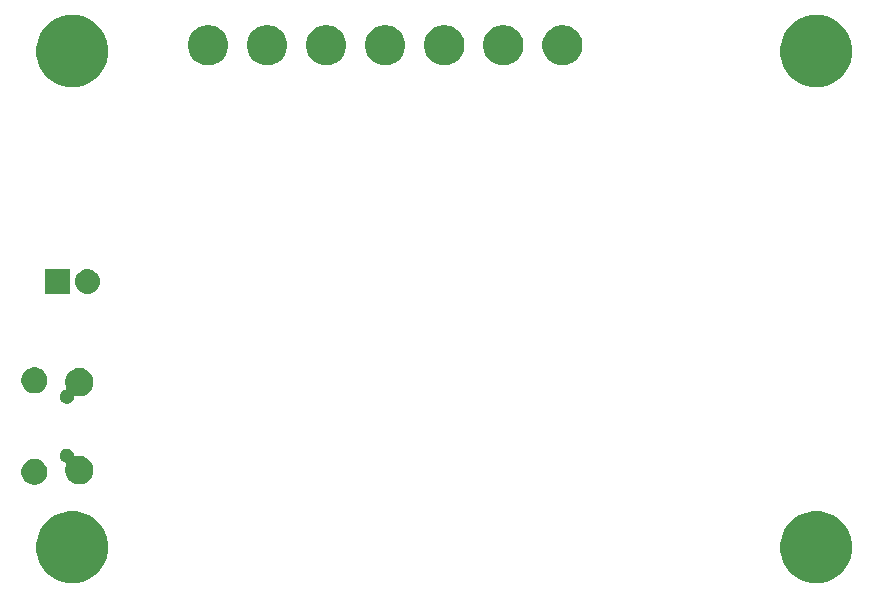
<source format=gbr>
G04 #@! TF.GenerationSoftware,KiCad,Pcbnew,5.0.2-bee76a0~70~ubuntu18.04.1*
G04 #@! TF.CreationDate,2019-12-11T08:43:07+01:00*
G04 #@! TF.ProjectId,lynsyn,6c796e73-796e-42e6-9b69-6361645f7063,rev?*
G04 #@! TF.SameCoordinates,Original*
G04 #@! TF.FileFunction,Soldermask,Bot*
G04 #@! TF.FilePolarity,Negative*
%FSLAX46Y46*%
G04 Gerber Fmt 4.6, Leading zero omitted, Abs format (unit mm)*
G04 Created by KiCad (PCBNEW 5.0.2-bee76a0~70~ubuntu18.04.1) date on. 11. des. 2019 kl. 08.43 +0100*
%MOMM*%
%LPD*%
G01*
G04 APERTURE LIST*
%ADD10C,0.100000*%
G04 APERTURE END LIST*
D10*
G36*
X142449251Y-138156679D02*
X142954652Y-138257209D01*
X143509717Y-138487125D01*
X144009262Y-138820910D01*
X144434090Y-139245738D01*
X144767875Y-139745283D01*
X144997791Y-140300348D01*
X145115000Y-140889601D01*
X145115000Y-141490399D01*
X144997791Y-142079652D01*
X144767875Y-142634717D01*
X144434090Y-143134262D01*
X144009262Y-143559090D01*
X143509717Y-143892875D01*
X142954652Y-144122791D01*
X142449251Y-144223321D01*
X142365400Y-144240000D01*
X141764600Y-144240000D01*
X141680749Y-144223321D01*
X141175348Y-144122791D01*
X140620283Y-143892875D01*
X140120738Y-143559090D01*
X139695910Y-143134262D01*
X139362125Y-142634717D01*
X139132209Y-142079652D01*
X139015000Y-141490399D01*
X139015000Y-140889601D01*
X139132209Y-140300348D01*
X139362125Y-139745283D01*
X139695910Y-139245738D01*
X140120738Y-138820910D01*
X140620283Y-138487125D01*
X141175348Y-138257209D01*
X141680749Y-138156679D01*
X141764600Y-138140000D01*
X142365400Y-138140000D01*
X142449251Y-138156679D01*
X142449251Y-138156679D01*
G37*
G36*
X79449251Y-138156679D02*
X79954652Y-138257209D01*
X80509717Y-138487125D01*
X81009262Y-138820910D01*
X81434090Y-139245738D01*
X81767875Y-139745283D01*
X81997791Y-140300348D01*
X82115000Y-140889601D01*
X82115000Y-141490399D01*
X81997791Y-142079652D01*
X81767875Y-142634717D01*
X81434090Y-143134262D01*
X81009262Y-143559090D01*
X80509717Y-143892875D01*
X79954652Y-144122791D01*
X79449251Y-144223321D01*
X79365400Y-144240000D01*
X78764600Y-144240000D01*
X78680749Y-144223321D01*
X78175348Y-144122791D01*
X77620283Y-143892875D01*
X77120738Y-143559090D01*
X76695910Y-143134262D01*
X76362125Y-142634717D01*
X76132209Y-142079652D01*
X76015000Y-141490399D01*
X76015000Y-140889601D01*
X76132209Y-140300348D01*
X76362125Y-139745283D01*
X76695910Y-139245738D01*
X77120738Y-138820910D01*
X77620283Y-138487125D01*
X78175348Y-138257209D01*
X78680749Y-138156679D01*
X78764600Y-138140000D01*
X79365400Y-138140000D01*
X79449251Y-138156679D01*
X79449251Y-138156679D01*
G37*
G36*
X76185857Y-133757272D02*
X76386042Y-133840191D01*
X76386045Y-133840193D01*
X76484607Y-133906050D01*
X76566213Y-133960578D01*
X76719422Y-134113787D01*
X76719424Y-134113790D01*
X76719425Y-134113791D01*
X76839807Y-134293955D01*
X76839809Y-134293958D01*
X76922728Y-134494143D01*
X76965000Y-134706658D01*
X76965000Y-134923342D01*
X76922728Y-135135857D01*
X76839809Y-135336042D01*
X76719422Y-135516213D01*
X76566213Y-135669422D01*
X76386042Y-135789809D01*
X76185857Y-135872728D01*
X75973342Y-135915000D01*
X75756658Y-135915000D01*
X75544143Y-135872728D01*
X75343958Y-135789809D01*
X75163787Y-135669422D01*
X75010578Y-135516213D01*
X74890191Y-135336042D01*
X74807272Y-135135857D01*
X74765000Y-134923342D01*
X74765000Y-134706658D01*
X74807272Y-134494143D01*
X74890191Y-134293958D01*
X74890193Y-134293955D01*
X75010575Y-134113791D01*
X75010576Y-134113790D01*
X75010578Y-134113787D01*
X75163787Y-133960578D01*
X75245394Y-133906050D01*
X75343955Y-133840193D01*
X75343958Y-133840191D01*
X75544143Y-133757272D01*
X75756658Y-133715000D01*
X75973342Y-133715000D01*
X76185857Y-133757272D01*
X76185857Y-133757272D01*
G37*
G36*
X78790012Y-132863057D02*
X78899207Y-132908287D01*
X78997481Y-132973952D01*
X79081048Y-133057519D01*
X79146713Y-133155793D01*
X79191943Y-133264988D01*
X79215432Y-133383078D01*
X79217402Y-133403074D01*
X79224515Y-133426523D01*
X79236066Y-133448134D01*
X79251612Y-133467076D01*
X79270554Y-133482622D01*
X79292165Y-133494173D01*
X79315614Y-133501286D01*
X79340000Y-133503688D01*
X79364386Y-133501286D01*
X79546809Y-133465000D01*
X79783191Y-133465000D01*
X80015026Y-133511115D01*
X80233412Y-133601573D01*
X80429958Y-133732901D01*
X80597099Y-133900042D01*
X80728427Y-134096588D01*
X80818885Y-134314974D01*
X80865000Y-134546809D01*
X80865000Y-134783191D01*
X80818885Y-135015026D01*
X80728427Y-135233412D01*
X80597099Y-135429958D01*
X80429958Y-135597099D01*
X80233412Y-135728427D01*
X80015026Y-135818885D01*
X79783191Y-135865000D01*
X79546809Y-135865000D01*
X79314974Y-135818885D01*
X79096588Y-135728427D01*
X78900042Y-135597099D01*
X78732901Y-135429958D01*
X78601573Y-135233412D01*
X78511115Y-135015026D01*
X78465000Y-134783191D01*
X78465000Y-134546809D01*
X78511115Y-134314976D01*
X78561465Y-134193420D01*
X78568578Y-134169971D01*
X78570980Y-134145584D01*
X78568578Y-134121198D01*
X78561465Y-134097749D01*
X78549914Y-134076138D01*
X78534369Y-134057196D01*
X78515427Y-134041650D01*
X78493816Y-134030099D01*
X78470367Y-134022986D01*
X78439988Y-134016943D01*
X78330793Y-133971713D01*
X78232519Y-133906048D01*
X78148952Y-133822481D01*
X78083287Y-133724207D01*
X78038057Y-133615012D01*
X78015000Y-133499096D01*
X78015000Y-133380904D01*
X78038057Y-133264988D01*
X78083287Y-133155793D01*
X78148952Y-133057519D01*
X78232519Y-132973952D01*
X78330793Y-132908287D01*
X78439988Y-132863057D01*
X78555904Y-132840000D01*
X78674096Y-132840000D01*
X78790012Y-132863057D01*
X78790012Y-132863057D01*
G37*
G36*
X80015026Y-126061115D02*
X80233412Y-126151573D01*
X80429958Y-126282901D01*
X80597099Y-126450042D01*
X80728427Y-126646588D01*
X80818885Y-126864974D01*
X80865000Y-127096809D01*
X80865000Y-127333191D01*
X80818885Y-127565026D01*
X80728427Y-127783412D01*
X80597099Y-127979958D01*
X80429958Y-128147099D01*
X80233412Y-128278427D01*
X80015026Y-128368885D01*
X79783191Y-128415000D01*
X79546809Y-128415000D01*
X79364386Y-128378714D01*
X79340000Y-128376312D01*
X79315614Y-128378714D01*
X79292164Y-128385827D01*
X79270554Y-128397378D01*
X79251612Y-128412924D01*
X79236066Y-128431866D01*
X79224515Y-128453477D01*
X79217402Y-128476926D01*
X79215432Y-128496922D01*
X79191943Y-128615012D01*
X79146713Y-128724207D01*
X79081048Y-128822481D01*
X78997481Y-128906048D01*
X78899207Y-128971713D01*
X78790012Y-129016943D01*
X78674096Y-129040000D01*
X78555904Y-129040000D01*
X78439988Y-129016943D01*
X78330793Y-128971713D01*
X78232519Y-128906048D01*
X78148952Y-128822481D01*
X78083287Y-128724207D01*
X78038057Y-128615012D01*
X78015000Y-128499096D01*
X78015000Y-128380904D01*
X78038057Y-128264988D01*
X78083287Y-128155793D01*
X78148952Y-128057519D01*
X78232519Y-127973952D01*
X78330793Y-127908287D01*
X78439988Y-127863057D01*
X78470367Y-127857014D01*
X78493816Y-127849901D01*
X78515427Y-127838349D01*
X78534369Y-127822804D01*
X78549914Y-127803862D01*
X78561465Y-127782251D01*
X78568578Y-127758802D01*
X78570980Y-127734416D01*
X78568578Y-127710029D01*
X78561465Y-127686580D01*
X78511115Y-127565024D01*
X78465000Y-127333191D01*
X78465000Y-127096809D01*
X78511115Y-126864974D01*
X78601573Y-126646588D01*
X78732901Y-126450042D01*
X78900042Y-126282901D01*
X79096588Y-126151573D01*
X79314974Y-126061115D01*
X79546809Y-126015000D01*
X79783191Y-126015000D01*
X80015026Y-126061115D01*
X80015026Y-126061115D01*
G37*
G36*
X76185857Y-126007272D02*
X76386042Y-126090191D01*
X76566213Y-126210578D01*
X76719422Y-126363787D01*
X76839809Y-126543958D01*
X76922728Y-126744143D01*
X76965000Y-126956658D01*
X76965000Y-127173342D01*
X76922728Y-127385857D01*
X76839809Y-127586042D01*
X76839807Y-127586045D01*
X76772632Y-127686580D01*
X76719422Y-127766213D01*
X76566213Y-127919422D01*
X76566210Y-127919424D01*
X76566209Y-127919425D01*
X76475615Y-127979958D01*
X76386042Y-128039809D01*
X76185857Y-128122728D01*
X75973342Y-128165000D01*
X75756658Y-128165000D01*
X75544143Y-128122728D01*
X75343958Y-128039809D01*
X75254385Y-127979958D01*
X75163791Y-127919425D01*
X75163790Y-127919424D01*
X75163787Y-127919422D01*
X75010578Y-127766213D01*
X74957369Y-127686580D01*
X74890193Y-127586045D01*
X74890191Y-127586042D01*
X74807272Y-127385857D01*
X74765000Y-127173342D01*
X74765000Y-126956658D01*
X74807272Y-126744143D01*
X74890191Y-126543958D01*
X75010578Y-126363787D01*
X75163787Y-126210578D01*
X75343958Y-126090191D01*
X75544143Y-126007272D01*
X75756658Y-125965000D01*
X75973342Y-125965000D01*
X76185857Y-126007272D01*
X76185857Y-126007272D01*
G37*
G36*
X80483707Y-117647597D02*
X80560836Y-117655193D01*
X80692787Y-117695220D01*
X80758763Y-117715233D01*
X80941172Y-117812733D01*
X81101054Y-117943946D01*
X81232267Y-118103828D01*
X81329767Y-118286237D01*
X81329767Y-118286238D01*
X81389807Y-118484164D01*
X81410080Y-118690000D01*
X81389807Y-118895836D01*
X81349780Y-119027787D01*
X81329767Y-119093763D01*
X81232267Y-119276172D01*
X81101054Y-119436054D01*
X80941172Y-119567267D01*
X80758763Y-119664767D01*
X80692787Y-119684780D01*
X80560836Y-119724807D01*
X80483707Y-119732403D01*
X80406580Y-119740000D01*
X80303420Y-119740000D01*
X80226293Y-119732403D01*
X80149164Y-119724807D01*
X80017213Y-119684780D01*
X79951237Y-119664767D01*
X79768828Y-119567267D01*
X79608946Y-119436054D01*
X79477733Y-119276172D01*
X79380233Y-119093763D01*
X79360220Y-119027787D01*
X79320193Y-118895836D01*
X79299920Y-118690000D01*
X79320193Y-118484164D01*
X79380233Y-118286238D01*
X79380233Y-118286237D01*
X79477733Y-118103828D01*
X79608946Y-117943946D01*
X79768828Y-117812733D01*
X79951237Y-117715233D01*
X80017213Y-117695220D01*
X80149164Y-117655193D01*
X80226293Y-117647597D01*
X80303420Y-117640000D01*
X80406580Y-117640000D01*
X80483707Y-117647597D01*
X80483707Y-117647597D01*
G37*
G36*
X78865000Y-119740000D02*
X76765000Y-119740000D01*
X76765000Y-117640000D01*
X78865000Y-117640000D01*
X78865000Y-119740000D01*
X78865000Y-119740000D01*
G37*
G36*
X142449251Y-96156679D02*
X142954652Y-96257209D01*
X143509717Y-96487125D01*
X144009262Y-96820910D01*
X144434090Y-97245738D01*
X144767875Y-97745283D01*
X144997791Y-98300348D01*
X145115000Y-98889601D01*
X145115000Y-99490399D01*
X144997791Y-100079652D01*
X144767875Y-100634717D01*
X144434090Y-101134262D01*
X144009262Y-101559090D01*
X143509717Y-101892875D01*
X142954652Y-102122791D01*
X142449251Y-102223321D01*
X142365400Y-102240000D01*
X141764600Y-102240000D01*
X141680749Y-102223321D01*
X141175348Y-102122791D01*
X140620283Y-101892875D01*
X140120738Y-101559090D01*
X139695910Y-101134262D01*
X139362125Y-100634717D01*
X139132209Y-100079652D01*
X139015000Y-99490399D01*
X139015000Y-98889601D01*
X139132209Y-98300348D01*
X139362125Y-97745283D01*
X139695910Y-97245738D01*
X140120738Y-96820910D01*
X140620283Y-96487125D01*
X141175348Y-96257209D01*
X141680749Y-96156679D01*
X141764600Y-96140000D01*
X142365400Y-96140000D01*
X142449251Y-96156679D01*
X142449251Y-96156679D01*
G37*
G36*
X79449251Y-96156679D02*
X79954652Y-96257209D01*
X80509717Y-96487125D01*
X81009262Y-96820910D01*
X81434090Y-97245738D01*
X81767875Y-97745283D01*
X81997791Y-98300348D01*
X82115000Y-98889601D01*
X82115000Y-99490399D01*
X81997791Y-100079652D01*
X81767875Y-100634717D01*
X81434090Y-101134262D01*
X81009262Y-101559090D01*
X80509717Y-101892875D01*
X79954652Y-102122791D01*
X79449251Y-102223321D01*
X79365400Y-102240000D01*
X78764600Y-102240000D01*
X78680749Y-102223321D01*
X78175348Y-102122791D01*
X77620283Y-101892875D01*
X77120738Y-101559090D01*
X76695910Y-101134262D01*
X76362125Y-100634717D01*
X76132209Y-100079652D01*
X76015000Y-99490399D01*
X76015000Y-98889601D01*
X76132209Y-98300348D01*
X76362125Y-97745283D01*
X76695910Y-97245738D01*
X77120738Y-96820910D01*
X77620283Y-96487125D01*
X78175348Y-96257209D01*
X78680749Y-96156679D01*
X78764600Y-96140000D01*
X79365400Y-96140000D01*
X79449251Y-96156679D01*
X79449251Y-96156679D01*
G37*
G36*
X105951393Y-97033553D02*
X106060872Y-97055330D01*
X106370252Y-97183479D01*
X106648687Y-97369523D01*
X106885477Y-97606313D01*
X107071521Y-97884748D01*
X107199670Y-98194128D01*
X107265000Y-98522565D01*
X107265000Y-98857435D01*
X107199670Y-99185872D01*
X107071521Y-99495252D01*
X106885477Y-99773687D01*
X106648687Y-100010477D01*
X106370252Y-100196521D01*
X106060872Y-100324670D01*
X105951393Y-100346447D01*
X105732437Y-100390000D01*
X105397563Y-100390000D01*
X105178607Y-100346447D01*
X105069128Y-100324670D01*
X104759748Y-100196521D01*
X104481313Y-100010477D01*
X104244523Y-99773687D01*
X104058479Y-99495252D01*
X103930330Y-99185872D01*
X103865000Y-98857435D01*
X103865000Y-98522565D01*
X103930330Y-98194128D01*
X104058479Y-97884748D01*
X104244523Y-97606313D01*
X104481313Y-97369523D01*
X104759748Y-97183479D01*
X105069128Y-97055330D01*
X105178607Y-97033553D01*
X105397563Y-96990000D01*
X105732437Y-96990000D01*
X105951393Y-97033553D01*
X105951393Y-97033553D01*
G37*
G36*
X110951393Y-97033553D02*
X111060872Y-97055330D01*
X111370252Y-97183479D01*
X111648687Y-97369523D01*
X111885477Y-97606313D01*
X112071521Y-97884748D01*
X112199670Y-98194128D01*
X112265000Y-98522565D01*
X112265000Y-98857435D01*
X112199670Y-99185872D01*
X112071521Y-99495252D01*
X111885477Y-99773687D01*
X111648687Y-100010477D01*
X111370252Y-100196521D01*
X111060872Y-100324670D01*
X110951393Y-100346447D01*
X110732437Y-100390000D01*
X110397563Y-100390000D01*
X110178607Y-100346447D01*
X110069128Y-100324670D01*
X109759748Y-100196521D01*
X109481313Y-100010477D01*
X109244523Y-99773687D01*
X109058479Y-99495252D01*
X108930330Y-99185872D01*
X108865000Y-98857435D01*
X108865000Y-98522565D01*
X108930330Y-98194128D01*
X109058479Y-97884748D01*
X109244523Y-97606313D01*
X109481313Y-97369523D01*
X109759748Y-97183479D01*
X110069128Y-97055330D01*
X110178607Y-97033553D01*
X110397563Y-96990000D01*
X110732437Y-96990000D01*
X110951393Y-97033553D01*
X110951393Y-97033553D01*
G37*
G36*
X115951393Y-97033553D02*
X116060872Y-97055330D01*
X116370252Y-97183479D01*
X116648687Y-97369523D01*
X116885477Y-97606313D01*
X117071521Y-97884748D01*
X117199670Y-98194128D01*
X117265000Y-98522565D01*
X117265000Y-98857435D01*
X117199670Y-99185872D01*
X117071521Y-99495252D01*
X116885477Y-99773687D01*
X116648687Y-100010477D01*
X116370252Y-100196521D01*
X116060872Y-100324670D01*
X115951393Y-100346447D01*
X115732437Y-100390000D01*
X115397563Y-100390000D01*
X115178607Y-100346447D01*
X115069128Y-100324670D01*
X114759748Y-100196521D01*
X114481313Y-100010477D01*
X114244523Y-99773687D01*
X114058479Y-99495252D01*
X113930330Y-99185872D01*
X113865000Y-98857435D01*
X113865000Y-98522565D01*
X113930330Y-98194128D01*
X114058479Y-97884748D01*
X114244523Y-97606313D01*
X114481313Y-97369523D01*
X114759748Y-97183479D01*
X115069128Y-97055330D01*
X115178607Y-97033553D01*
X115397563Y-96990000D01*
X115732437Y-96990000D01*
X115951393Y-97033553D01*
X115951393Y-97033553D01*
G37*
G36*
X120951393Y-97033553D02*
X121060872Y-97055330D01*
X121370252Y-97183479D01*
X121648687Y-97369523D01*
X121885477Y-97606313D01*
X122071521Y-97884748D01*
X122199670Y-98194128D01*
X122265000Y-98522565D01*
X122265000Y-98857435D01*
X122199670Y-99185872D01*
X122071521Y-99495252D01*
X121885477Y-99773687D01*
X121648687Y-100010477D01*
X121370252Y-100196521D01*
X121060872Y-100324670D01*
X120951393Y-100346447D01*
X120732437Y-100390000D01*
X120397563Y-100390000D01*
X120178607Y-100346447D01*
X120069128Y-100324670D01*
X119759748Y-100196521D01*
X119481313Y-100010477D01*
X119244523Y-99773687D01*
X119058479Y-99495252D01*
X118930330Y-99185872D01*
X118865000Y-98857435D01*
X118865000Y-98522565D01*
X118930330Y-98194128D01*
X119058479Y-97884748D01*
X119244523Y-97606313D01*
X119481313Y-97369523D01*
X119759748Y-97183479D01*
X120069128Y-97055330D01*
X120178607Y-97033553D01*
X120397563Y-96990000D01*
X120732437Y-96990000D01*
X120951393Y-97033553D01*
X120951393Y-97033553D01*
G37*
G36*
X100951393Y-97033553D02*
X101060872Y-97055330D01*
X101370252Y-97183479D01*
X101648687Y-97369523D01*
X101885477Y-97606313D01*
X102071521Y-97884748D01*
X102199670Y-98194128D01*
X102265000Y-98522565D01*
X102265000Y-98857435D01*
X102199670Y-99185872D01*
X102071521Y-99495252D01*
X101885477Y-99773687D01*
X101648687Y-100010477D01*
X101370252Y-100196521D01*
X101060872Y-100324670D01*
X100951393Y-100346447D01*
X100732437Y-100390000D01*
X100397563Y-100390000D01*
X100178607Y-100346447D01*
X100069128Y-100324670D01*
X99759748Y-100196521D01*
X99481313Y-100010477D01*
X99244523Y-99773687D01*
X99058479Y-99495252D01*
X98930330Y-99185872D01*
X98865000Y-98857435D01*
X98865000Y-98522565D01*
X98930330Y-98194128D01*
X99058479Y-97884748D01*
X99244523Y-97606313D01*
X99481313Y-97369523D01*
X99759748Y-97183479D01*
X100069128Y-97055330D01*
X100178607Y-97033553D01*
X100397563Y-96990000D01*
X100732437Y-96990000D01*
X100951393Y-97033553D01*
X100951393Y-97033553D01*
G37*
G36*
X90951393Y-97033553D02*
X91060872Y-97055330D01*
X91370252Y-97183479D01*
X91648687Y-97369523D01*
X91885477Y-97606313D01*
X92071521Y-97884748D01*
X92199670Y-98194128D01*
X92265000Y-98522565D01*
X92265000Y-98857435D01*
X92199670Y-99185872D01*
X92071521Y-99495252D01*
X91885477Y-99773687D01*
X91648687Y-100010477D01*
X91370252Y-100196521D01*
X91060872Y-100324670D01*
X90951393Y-100346447D01*
X90732437Y-100390000D01*
X90397563Y-100390000D01*
X90178607Y-100346447D01*
X90069128Y-100324670D01*
X89759748Y-100196521D01*
X89481313Y-100010477D01*
X89244523Y-99773687D01*
X89058479Y-99495252D01*
X88930330Y-99185872D01*
X88865000Y-98857435D01*
X88865000Y-98522565D01*
X88930330Y-98194128D01*
X89058479Y-97884748D01*
X89244523Y-97606313D01*
X89481313Y-97369523D01*
X89759748Y-97183479D01*
X90069128Y-97055330D01*
X90178607Y-97033553D01*
X90397563Y-96990000D01*
X90732437Y-96990000D01*
X90951393Y-97033553D01*
X90951393Y-97033553D01*
G37*
G36*
X95951393Y-97033553D02*
X96060872Y-97055330D01*
X96370252Y-97183479D01*
X96648687Y-97369523D01*
X96885477Y-97606313D01*
X97071521Y-97884748D01*
X97199670Y-98194128D01*
X97265000Y-98522565D01*
X97265000Y-98857435D01*
X97199670Y-99185872D01*
X97071521Y-99495252D01*
X96885477Y-99773687D01*
X96648687Y-100010477D01*
X96370252Y-100196521D01*
X96060872Y-100324670D01*
X95951393Y-100346447D01*
X95732437Y-100390000D01*
X95397563Y-100390000D01*
X95178607Y-100346447D01*
X95069128Y-100324670D01*
X94759748Y-100196521D01*
X94481313Y-100010477D01*
X94244523Y-99773687D01*
X94058479Y-99495252D01*
X93930330Y-99185872D01*
X93865000Y-98857435D01*
X93865000Y-98522565D01*
X93930330Y-98194128D01*
X94058479Y-97884748D01*
X94244523Y-97606313D01*
X94481313Y-97369523D01*
X94759748Y-97183479D01*
X95069128Y-97055330D01*
X95178607Y-97033553D01*
X95397563Y-96990000D01*
X95732437Y-96990000D01*
X95951393Y-97033553D01*
X95951393Y-97033553D01*
G37*
M02*

</source>
